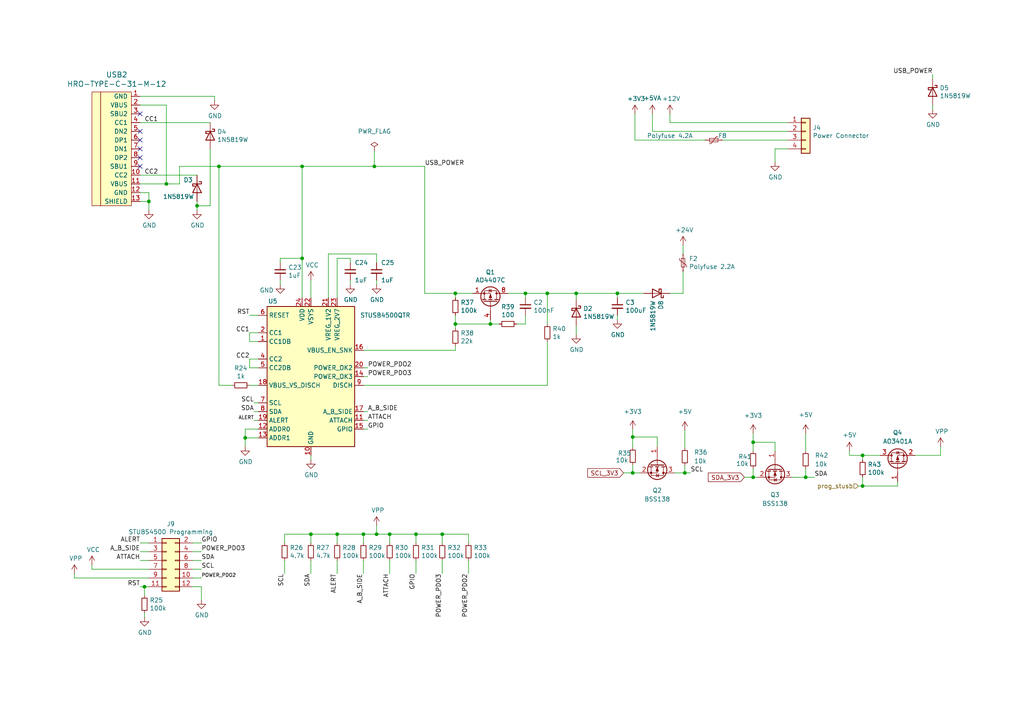
<source format=kicad_sch>
(kicad_sch (version 20230121) (generator eeschema)
  (paper "A4")
  (title_block (title "Greaseweazle F7 Lighting, USB PD") (date "2023-08-27") (rev "2.04") (company "SweProj.com"))
  (lib_symbols
    (symbol "Connector_Generic:Conn_01x04" (pin_names (offset 1.016) hide)
      (property "Reference" "J" (at 0 5.08 0))
      (property "Value" "Conn_01x04" (at 0 -7.62 0))
      (symbol "Conn_01x04_1_1"
        (rectangle (start -1.27 -4.953) (end 0 -5.207) (stroke (width 0.1524)))
        (rectangle (start -1.27 -2.413) (end 0 -2.667) (stroke (width 0.1524)))
        (rectangle (start -1.27 0.127) (end 0 -0.127) (stroke (width 0.1524)))
        (rectangle (start -1.27 2.667) (end 0 2.413) (stroke (width 0.1524)))
        (rectangle (start -1.27 3.81) (end 1.27 -6.35) (stroke (width 0.254)) (fill (type background)))
        (pin passive line (at -5.08 2.54 0) (length 3.81) (name "Pin_1") (number "1"))
        (pin passive line (at -5.08 0 0) (length 3.81) (name "Pin_2") (number "2"))
        (pin passive line (at -5.08 -2.54 0) (length 3.81) (name "Pin_3") (number "3"))
        (pin passive line (at -5.08 -5.08 0) (length 3.81) (name "Pin_4") (number "4"))
      )
    )
    (symbol "Connector_Generic:Conn_02x06_Odd_Even" (pin_names (offset 1.016) hide)
      (property "Reference" "J" (at 1.27 7.62 0))
      (property "Value" "Conn_02x06_Odd_Even" (at 1.27 -10.16 0))
      (symbol "Conn_02x06_Odd_Even_1_1"
        (rectangle (start -1.27 -7.493) (end 0 -7.747) (stroke (width 0.1524)))
        (rectangle (start -1.27 -4.953) (end 0 -5.207) (stroke (width 0.1524)))
        (rectangle (start -1.27 -2.413) (end 0 -2.667) (stroke (width 0.1524)))
        (rectangle (start -1.27 0.127) (end 0 -0.127) (stroke (width 0.1524)))
        (rectangle (start -1.27 2.667) (end 0 2.413) (stroke (width 0.1524)))
        (rectangle (start -1.27 5.207) (end 0 4.953) (stroke (width 0.1524)))
        (rectangle (start -1.27 6.35) (end 3.81 -8.89) (stroke (width 0.254)) (fill (type background)))
        (rectangle (start 3.81 -7.493) (end 2.54 -7.747) (stroke (width 0.1524)))
        (rectangle (start 3.81 -4.953) (end 2.54 -5.207) (stroke (width 0.1524)))
        (rectangle (start 3.81 -2.413) (end 2.54 -2.667) (stroke (width 0.1524)))
        (rectangle (start 3.81 0.127) (end 2.54 -0.127) (stroke (width 0.1524)))
        (rectangle (start 3.81 2.667) (end 2.54 2.413) (stroke (width 0.1524)))
        (rectangle (start 3.81 5.207) (end 2.54 4.953) (stroke (width 0.1524)))
        (pin passive line (at -5.08 5.08 0) (length 3.81) (name "Pin_1") (number "1"))
        (pin passive line (at 7.62 -5.08 180) (length 3.81) (name "Pin_10") (number "10"))
        (pin passive line (at -5.08 -7.62 0) (length 3.81) (name "Pin_11") (number "11"))
        (pin passive line (at 7.62 -7.62 180) (length 3.81) (name "Pin_12") (number "12"))
        (pin passive line (at 7.62 5.08 180) (length 3.81) (name "Pin_2") (number "2"))
        (pin passive line (at -5.08 2.54 0) (length 3.81) (name "Pin_3") (number "3"))
        (pin passive line (at 7.62 2.54 180) (length 3.81) (name "Pin_4") (number "4"))
        (pin passive line (at -5.08 0 0) (length 3.81) (name "Pin_5") (number "5"))
        (pin passive line (at 7.62 0 180) (length 3.81) (name "Pin_6") (number "6"))
        (pin passive line (at -5.08 -2.54 0) (length 3.81) (name "Pin_7") (number "7"))
        (pin passive line (at 7.62 -2.54 180) (length 3.81) (name "Pin_8") (number "8"))
        (pin passive line (at -5.08 -5.08 0) (length 3.81) (name "Pin_9") (number "9"))
      )
    )
    (symbol "Device:C_Small" (pin_numbers hide) (pin_names (offset 0.254) hide)
      (property "Reference" "C" (at 0.254 1.778 0))
      (property "Value" "C_Small" (at 0.254 -2.032 0))
      (symbol "C_Small_0_1"
        (polyline (pts (xy -1.524 -0.508) (xy 1.524 -0.508)) (stroke (width 0.3302)))
        (polyline (pts (xy -1.524 0.508) (xy 1.524 0.508)) (stroke (width 0.3048)))
      )
      (symbol "C_Small_1_1"
        (pin passive line (at 0 2.54 270) (length 2.032) (name "~") (number "1"))
        (pin passive line (at 0 -2.54 90) (length 2.032) (name "~") (number "2"))
      )
    )
    (symbol "Device:D_Schottky" (pin_numbers hide) (pin_names (offset 1.016) hide)
      (property "Reference" "D" (at 0 2.54 0))
      (property "Value" "D_Schottky" (at 0 -2.54 0))
      (symbol "D_Schottky_0_1"
        (polyline (pts (xy 1.27 0) (xy -1.27 0)))
        (polyline (pts (xy 1.27 1.27) (xy 1.27 -1.27) (xy -1.27 0) (xy 1.27 1.27)) (stroke (width 0.254)))
        (polyline (pts (xy -1.905 0.635) (xy -1.905 1.27) (xy -1.27 1.27) (xy -1.27 -1.27) (xy -0.635 -1.27) (xy -0.635 -0.635)) (stroke (width 0.254)))
      )
      (symbol "D_Schottky_1_1"
        (pin passive line (at -3.81 0 0) (length 2.54) (name "K") (number "1"))
        (pin passive line (at 3.81 0 180) (length 2.54) (name "A") (number "2"))
      )
    )
    (symbol "Device:Polyfuse_Small" (pin_numbers hide) (pin_names (offset 0))
      (property "Reference" "F" (at -1.905 0 90))
      (property "Value" "Polyfuse_Small" (at 1.905 0 90))
      (symbol "Polyfuse_Small_0_1"
        (rectangle (start -0.508 1.27) (end 0.508 -1.27))
        (polyline (pts (xy 0 2.54) (xy 0 -2.54)))
        (polyline (pts (xy -1.016 1.27) (xy -1.016 0.762) (xy 1.016 -0.762) (xy 1.016 -1.27)))
      )
      (symbol "Polyfuse_Small_1_1"
        (pin passive line (at 0 2.54 270) (length 0.635) (name "~") (number "1"))
        (pin passive line (at 0 -2.54 90) (length 0.635) (name "~") (number "2"))
      )
    )
    (symbol "Device:R_Small" (pin_numbers hide) (pin_names (offset 0.254) hide)
      (property "Reference" "R" (at 0.762 0.508 0))
      (property "Value" "R_Small" (at 0.762 -1.016 0))
      (symbol "R_Small_0_1"
        (rectangle (start -0.762 1.778) (end 0.762 -1.778) (stroke (width 0.2032)))
      )
      (symbol "R_Small_1_1"
        (pin passive line (at 0 2.54 270) (length 0.762) (name "~") (number "1"))
        (pin passive line (at 0 -2.54 90) (length 0.762) (name "~") (number "2"))
      )
    )
    (symbol "Greaseweazle:HRO-TYPE-C-31-M-12" (pin_names (offset 1.016))
      (property "Reference" "USB" (at -5.08 16.51 0))
      (property "Value" "HRO-TYPE-C-31-M-12" (at -10.16 -1.27 90))
      (symbol "HRO-TYPE-C-31-M-12_0_1"
        (rectangle (start -11.43 15.24) (end -8.89 -17.78) (fill (type background)))
        (rectangle (start 0 -17.78) (end -8.89 15.24) (fill (type background)))
      )
      (symbol "HRO-TYPE-C-31-M-12_1_1"
        (pin input line (at 2.54 13.97 180) (length 2.54) (name "GND") (number "1"))
        (pin input line (at 2.54 -8.89 180) (length 2.54) (name "CC2") (number "10"))
        (pin input line (at 2.54 -11.43 180) (length 2.54) (name "VBUS") (number "11"))
        (pin input line (at 2.54 -13.97 180) (length 2.54) (name "GND") (number "12"))
        (pin input line (at 2.54 -16.51 180) (length 2.54) (name "SHIELD") (number "13"))
        (pin input line (at 2.54 11.43 180) (length 2.54) (name "VBUS") (number "2"))
        (pin input line (at 2.54 8.89 180) (length 2.54) (name "SBU2") (number "3"))
        (pin input line (at 2.54 6.35 180) (length 2.54) (name "CC1") (number "4"))
        (pin input line (at 2.54 3.81 180) (length 2.54) (name "DN2") (number "5"))
        (pin input line (at 2.54 1.27 180) (length 2.54) (name "DP1") (number "6"))
        (pin input line (at 2.54 -1.27 180) (length 2.54) (name "DN1") (number "7"))
        (pin input line (at 2.54 -3.81 180) (length 2.54) (name "DP2") (number "8"))
        (pin input line (at 2.54 -6.35 180) (length 2.54) (name "SBU1") (number "9"))
      )
    )
    (symbol "Interface_USB:STUSB4500QTR"
      (property "Reference" "U" (at -12.7 21.59 0))
      (property "Value" "STUSB4500QTR" (at 8.89 -21.59 0))
      (symbol "STUSB4500QTR_0_1"
        (rectangle (start -12.7 20.32) (end 12.7 -20.32) (stroke (width 0.254)) (fill (type background)))
      )
      (symbol "STUSB4500QTR_1_1"
        (pin bidirectional line (at -15.24 10.16 0) (length 2.54) (name "CC1DB") (number "1"))
        (pin power_in line (at 0 -22.86 90) (length 2.54) (name "GND") (number "10"))
        (pin open_collector line (at 15.24 -12.7 180) (length 2.54) (name "ATTACH") (number "11"))
        (pin input line (at -15.24 -15.24 0) (length 2.54) (name "ADDR0") (number "12"))
        (pin input line (at -15.24 -17.78 0) (length 2.54) (name "ADDR1") (number "13"))
        (pin open_collector line (at 15.24 0 180) (length 2.54) (name "POWER_OK3") (number "14"))
        (pin open_collector line (at 15.24 -15.24 180) (length 2.54) (name "GPIO") (number "15"))
        (pin open_collector line (at 15.24 7.62 180) (length 2.54) (name "VBUS_EN_SNK") (number "16"))
        (pin open_collector line (at 15.24 -10.16 180) (length 2.54) (name "A_B_SIDE") (number "17"))
        (pin input line (at -15.24 -2.54 0) (length 2.54) (name "VBUS_VS_DISCH") (number "18"))
        (pin open_collector line (at -15.24 -12.7 0) (length 2.54) (name "ALERT") (number "19"))
        (pin bidirectional line (at -15.24 12.7 0) (length 2.54) (name "CC1") (number "2"))
        (pin open_collector line (at 15.24 2.54 180) (length 2.54) (name "POWER_OK2") (number "20"))
        (pin power_out line (at 5.08 22.86 270) (length 2.54) (name "VREG_1V2") (number "21"))
        (pin power_in line (at 0 22.86 270) (length 2.54) (name "VSYS") (number "22"))
        (pin power_out line (at 7.62 22.86 270) (length 2.54) (name "VREG_2V7") (number "23"))
        (pin power_in line (at -2.54 22.86 270) (length 2.54) (name "VDD") (number "24"))
        (pin passive line (at 0 -22.86 90) (length 2.54) hide (name "GND") (number "25"))
        (pin no_connect line (at -12.7 15.24 0) (length 2.54) hide (name "NC") (number "3"))
        (pin bidirectional line (at -15.24 5.08 0) (length 2.54) (name "CC2") (number "4"))
        (pin bidirectional line (at -15.24 2.54 0) (length 2.54) (name "CC2DB") (number "5"))
        (pin input line (at -15.24 17.78 0) (length 2.54) (name "RESET") (number "6"))
        (pin input line (at -15.24 -7.62 0) (length 2.54) (name "SCL") (number "7"))
        (pin bidirectional line (at -15.24 -10.16 0) (length 2.54) (name "SDA") (number "8"))
        (pin bidirectional line (at 15.24 -2.54 180) (length 2.54) (name "DISCH") (number "9"))
      )
    )
    (symbol "Transistor_FET:AO3401A" (pin_names hide)
      (property "Reference" "Q" (at 5.08 1.905 0))
      (property "Value" "AO3401A" (at 5.08 0 0))
      (symbol "AO3401A_0_1"
        (polyline (pts (xy 0.254 0) (xy -2.54 0)))
        (polyline (pts (xy 0.254 1.905) (xy 0.254 -1.905)) (stroke (width 0.254)))
        (polyline (pts (xy 0.762 -1.27) (xy 0.762 -2.286)) (stroke (width 0.254)))
        (polyline (pts (xy 0.762 0.508) (xy 0.762 -0.508)) (stroke (width 0.254)))
        (polyline (pts (xy 0.762 2.286) (xy 0.762 1.27)) (stroke (width 0.254)))
        (polyline (pts (xy 2.54 2.54) (xy 2.54 1.778)))
        (polyline (pts (xy 2.54 -2.54) (xy 2.54 0) (xy 0.762 0)))
        (polyline (pts (xy 0.762 1.778) (xy 3.302 1.778) (xy 3.302 -1.778) (xy 0.762 -1.778)))
        (polyline (pts (xy 2.286 0) (xy 1.27 0.381) (xy 1.27 -0.381) (xy 2.286 0)) (fill (type outline)))
        (polyline (pts (xy 2.794 -0.508) (xy 2.921 -0.381) (xy 3.683 -0.381) (xy 3.81 -0.254)))
        (polyline (pts (xy 3.302 -0.381) (xy 2.921 0.254) (xy 3.683 0.254) (xy 3.302 -0.381)))
        (circle (center 1.651 0) (radius 2.794) (stroke (width 0.254)))
        (circle (center 2.54 -1.778) (radius 0.254) (fill (type outline)))
        (circle (center 2.54 1.778) (radius 0.254) (fill (type outline)))
      )
      (symbol "AO3401A_1_1"
        (pin input line (at -5.08 0 0) (length 2.54) (name "G") (number "1"))
        (pin passive line (at 2.54 -5.08 90) (length 2.54) (name "S") (number "2"))
        (pin passive line (at 2.54 5.08 270) (length 2.54) (name "D") (number "3"))
      )
    )
    (symbol "Transistor_FET:BSS138" (pin_names hide)
      (property "Reference" "Q" (at 5.08 1.905 0))
      (property "Value" "BSS138" (at 5.08 0 0))
      (symbol "BSS138_0_1"
        (polyline (pts (xy 0.254 0) (xy -2.54 0)))
        (polyline (pts (xy 0.254 1.905) (xy 0.254 -1.905)) (stroke (width 0.254)))
        (polyline (pts (xy 0.762 -1.27) (xy 0.762 -2.286)) (stroke (width 0.254)))
        (polyline (pts (xy 0.762 0.508) (xy 0.762 -0.508)) (stroke (width 0.254)))
        (polyline (pts (xy 0.762 2.286) (xy 0.762 1.27)) (stroke (width 0.254)))
        (polyline (pts (xy 2.54 2.54) (xy 2.54 1.778)))
        (polyline (pts (xy 2.54 -2.54) (xy 2.54 0) (xy 0.762 0)))
        (polyline (pts (xy 0.762 -1.778) (xy 3.302 -1.778) (xy 3.302 1.778) (xy 0.762 1.778)))
        (polyline (pts (xy 1.016 0) (xy 2.032 0.381) (xy 2.032 -0.381) (xy 1.016 0)) (fill (type outline)))
        (polyline (pts (xy 2.794 0.508) (xy 2.921 0.381) (xy 3.683 0.381) (xy 3.81 0.254)))
        (polyline (pts (xy 3.302 0.381) (xy 2.921 -0.254) (xy 3.683 -0.254) (xy 3.302 0.381)))
        (circle (center 1.651 0) (radius 2.794) (stroke (width 0.254)))
        (circle (center 2.54 -1.778) (radius 0.254) (fill (type outline)))
        (circle (center 2.54 1.778) (radius 0.254) (fill (type outline)))
      )
      (symbol "BSS138_1_1"
        (pin input line (at -5.08 0 0) (length 2.54) (name "G") (number "1"))
        (pin passive line (at 2.54 -5.08 90) (length 2.54) (name "S") (number "2"))
        (pin passive line (at 2.54 5.08 270) (length 2.54) (name "D") (number "3"))
      )
    )
    (symbol "Transistor_FET:IRF7404" (pin_names hide)
      (property "Reference" "Q" (at 5.08 1.905 0))
      (property "Value" "IRF7404" (at 5.08 0 0))
      (symbol "IRF7404_0_1"
        (polyline (pts (xy 0.254 0) (xy -2.54 0)))
        (polyline (pts (xy 0.254 1.905) (xy 0.254 -1.905)) (stroke (width 0.254)))
        (polyline (pts (xy 0.762 -1.27) (xy 0.762 -2.286)) (stroke (width 0.254)))
        (polyline (pts (xy 0.762 0.508) (xy 0.762 -0.508)) (stroke (width 0.254)))
        (polyline (pts (xy 0.762 2.286) (xy 0.762 1.27)) (stroke (width 0.254)))
        (polyline (pts (xy 2.54 2.54) (xy 2.54 1.778)))
        (polyline (pts (xy 2.54 -2.54) (xy 2.54 0) (xy 0.762 0)))
        (polyline (pts (xy 0.762 1.778) (xy 3.302 1.778) (xy 3.302 -1.778) (xy 0.762 -1.778)))
        (polyline (pts (xy 2.286 0) (xy 1.27 0.381) (xy 1.27 -0.381) (xy 2.286 0)) (fill (type outline)))
        (polyline (pts (xy 2.794 -0.508) (xy 2.921 -0.381) (xy 3.683 -0.381) (xy 3.81 -0.254)))
        (polyline (pts (xy 3.302 -0.381) (xy 2.921 0.254) (xy 3.683 0.254) (xy 3.302 -0.381)))
        (circle (center 1.651 0) (radius 2.794) (stroke (width 0.254)))
        (circle (center 2.54 -1.778) (radius 0.254) (fill (type outline)))
        (circle (center 2.54 1.778) (radius 0.254) (fill (type outline)))
      )
      (symbol "IRF7404_1_1"
        (pin passive line (at 2.54 -5.08 90) (length 2.54) (name "S") (number "1"))
        (pin passive line (at 2.54 -5.08 90) (length 2.54) hide (name "S") (number "2"))
        (pin passive line (at 2.54 -5.08 90) (length 2.54) hide (name "S") (number "3"))
        (pin passive line (at -5.08 0 0) (length 2.54) (name "G") (number "4"))
        (pin passive line (at 2.54 5.08 270) (length 2.54) hide (name "D") (number "5"))
        (pin passive line (at 2.54 5.08 270) (length 2.54) hide (name "D") (number "6"))
        (pin passive line (at 2.54 5.08 270) (length 2.54) hide (name "D") (number "7"))
        (pin passive line (at 2.54 5.08 270) (length 2.54) (name "D") (number "8"))
      )
    )
    (symbol "power:+12V" (power) (pin_names (offset 0))
      (property "Value" "+12V" (at 0 3.556 0))
      (symbol "+12V_0_1"
        (polyline (pts (xy -0.762 1.27) (xy 0 2.54)))
        (polyline (pts (xy 0 0) (xy 0 2.54)))
        (polyline (pts (xy 0 2.54) (xy 0.762 1.27)))
      )
      (symbol "+12V_1_1"
        (pin power_in line (at 0 0 90) (length 0) hide (name "+12V") (number "1"))
      )
    )
    (symbol "power:+24V" (power) (pin_names (offset 0))
      (property "Value" "+24V" (at 0 3.556 0))
      (symbol "+24V_0_1"
        (polyline (pts (xy -0.762 1.27) (xy 0 2.54)))
        (polyline (pts (xy 0 0) (xy 0 2.54)))
        (polyline (pts (xy 0 2.54) (xy 0.762 1.27)))
      )
      (symbol "+24V_1_1"
        (pin power_in line (at 0 0 90) (length 0) hide (name "+24V") (number "1"))
      )
    )
    (symbol "power:+3V3" (power) (pin_names (offset 0))
      (property "Value" "+3V3" (at 0 3.556 0))
      (symbol "+3V3_0_1"
        (polyline (pts (xy -0.762 1.27) (xy 0 2.54)))
        (polyline (pts (xy 0 0) (xy 0 2.54)))
        (polyline (pts (xy 0 2.54) (xy 0.762 1.27)))
      )
      (symbol "+3V3_1_1"
        (pin power_in line (at 0 0 90) (length 0) hide (name "+3V3") (number "1"))
      )
    )
    (symbol "power:+5V" (power) (pin_names (offset 0))
      (property "Value" "+5V" (at 0 3.556 0))
      (symbol "+5V_0_1"
        (polyline (pts (xy -0.762 1.27) (xy 0 2.54)))
        (polyline (pts (xy 0 0) (xy 0 2.54)))
        (polyline (pts (xy 0 2.54) (xy 0.762 1.27)))
      )
      (symbol "+5V_1_1"
        (pin power_in line (at 0 0 90) (length 0) hide (name "+5V") (number "1"))
      )
    )
    (symbol "power:+5VA" (power) (pin_names (offset 0))
      (property "Value" "+5VA" (at 0 3.556 0))
      (symbol "+5VA_0_1"
        (polyline (pts (xy -0.762 1.27) (xy 0 2.54)))
        (polyline (pts (xy 0 0) (xy 0 2.54)))
        (polyline (pts (xy 0 2.54) (xy 0.762 1.27)))
      )
      (symbol "+5VA_1_1"
        (pin power_in line (at 0 0 90) (length 0) hide (name "+5VA") (number "1"))
      )
    )
    (symbol "power:GND" (power) (pin_names (offset 0))
      (property "Value" "GND" (at 0 -3.81 0))
      (symbol "GND_0_1"
        (polyline (pts (xy 0 0) (xy 0 -1.27) (xy 1.27 -1.27) (xy 0 -2.54) (xy -1.27 -1.27) (xy 0 -1.27)))
      )
      (symbol "GND_1_1"
        (pin power_in line (at 0 0 270) (length 0) hide (name "GND") (number "1"))
      )
    )
    (symbol "power:PWR_FLAG" (power) (pin_numbers hide) (pin_names (offset 0) hide)
      (property "Value" "PWR_FLAG" (at 0 3.81 0))
      (symbol "PWR_FLAG_0_0"
        (pin power_out line (at 0 0 90) (length 0) (name "pwr") (number "1"))
      )
      (symbol "PWR_FLAG_0_1"
        (polyline (pts (xy 0 0) (xy 0 1.27) (xy -1.016 1.905) (xy 0 2.54) (xy 1.016 1.905) (xy 0 1.27)))
      )
    )
    (symbol "power:VCC" (power) (pin_names (offset 0))
      (property "Value" "VCC" (at 0 3.81 0))
      (symbol "VCC_0_1"
        (polyline (pts (xy -0.762 1.27) (xy 0 2.54)))
        (polyline (pts (xy 0 0) (xy 0 2.54)))
        (polyline (pts (xy 0 2.54) (xy 0.762 1.27)))
      )
      (symbol "VCC_1_1"
        (pin power_in line (at 0 0 90) (length 0) hide (name "VCC") (number "1"))
      )
    )
    (symbol "power:VPP" (power) (pin_names (offset 0))
      (property "Value" "VPP" (at 0 3.81 0))
      (symbol "VPP_0_1"
        (polyline (pts (xy -0.762 1.27) (xy 0 2.54)))
        (polyline (pts (xy 0 0) (xy 0 2.54)))
        (polyline (pts (xy 0 2.54) (xy 0.762 1.27)))
      )
      (symbol "VPP_1_1"
        (pin power_in line (at 0 0 90) (length 0) hide (name "VPP") (number "1"))
      )
    )
  )
  (junction (at 41.91 170.18))
  (junction (at 87.63 74.93))
  (junction (at 120.65 154.94))
  (junction (at 87.63 48.26))
  (junction (at 97.79 154.94))
  (junction (at 142.24 93.98))
  (junction (at 152.4 85.09))
  (junction (at 132.08 85.09))
  (junction (at 183.515 126.746))
  (junction (at 167.132 85.09))
  (junction (at 158.75 85.09))
  (junction (at 179.07 85.09))
  (junction (at 48.26 53.34))
  (junction (at 218.44 138.43))
  (junction (at 113.03 154.94))
  (junction (at 218.44 128.27))
  (junction (at 250.19 132.08))
  (junction (at 105.41 154.94))
  (junction (at 43.18 58.42))
  (junction (at 108.585 48.26))
  (junction (at 132.08 93.98))
  (junction (at 63.5 48.26))
  (junction (at 183.515 137.16))
  (junction (at 250.19 140.97))
  (junction (at 57.15 59.69))
  (junction (at 109.22 154.94))
  (junction (at 198.628 137.16))
  (junction (at 233.68 138.43))
  (junction (at 90.17 154.94))
  (junction (at 128.27 154.94))
  (junction (at 71.12 127))
  (no_connect (at 40.64 33.02))
  (no_connect (at 40.64 48.26))
  (no_connect (at 40.64 40.64))
  (no_connect (at 40.64 45.72))
  (no_connect (at 40.64 38.1))
  (no_connect (at 40.64 43.18))
  (wire (pts (xy 58.42 170.18) (xy 58.42 173.99)))
  (wire (pts (xy 43.18 58.42) (xy 43.18 60.96)))
  (wire (pts (xy 55.88 157.48) (xy 58.42 157.48)))
  (wire (pts (xy 97.79 86.36) (xy 97.79 74.93)))
  (wire (pts (xy 184.15 33.02) (xy 184.15 40.64)))
  (wire (pts (xy 74.93 91.44) (xy 72.39 91.44)))
  (wire (pts (xy 132.08 100.33) (xy 132.08 101.6)))
  (wire (pts (xy 167.132 85.09) (xy 179.07 85.09)))
  (wire (pts (xy 194.31 33.02) (xy 194.31 35.56)))
  (wire (pts (xy 132.08 93.98) (xy 142.24 93.98)))
  (wire (pts (xy 179.07 91.44) (xy 179.07 92.71)))
  (wire (pts (xy 81.28 81.28) (xy 81.28 82.55)))
  (wire (pts (xy 233.68 138.43) (xy 236.22 138.43)))
  (wire (pts (xy 233.68 125.73) (xy 233.68 130.81)))
  (wire (pts (xy 142.24 93.98) (xy 142.24 92.71)))
  (wire (pts (xy 55.88 165.1) (xy 58.42 165.1)))
  (wire (pts (xy 105.41 124.46) (xy 106.68 124.46)))
  (wire (pts (xy 48.26 53.34) (xy 52.07 53.34)))
  (wire (pts (xy 183.515 126.746) (xy 190.627 126.746)))
  (wire (pts (xy 71.12 124.46) (xy 71.12 127)))
  (wire (pts (xy 128.27 162.56) (xy 128.27 166.37)))
  (wire (pts (xy 105.41 109.22) (xy 106.68 109.22)))
  (wire (pts (xy 60.96 43.18) (xy 60.96 59.69)))
  (wire (pts (xy 132.08 85.09) (xy 137.16 85.09)))
  (wire (pts (xy 120.65 154.94) (xy 120.65 157.48)))
  (wire (pts (xy 72.39 106.68) (xy 72.39 104.14)))
  (wire (pts (xy 218.44 128.27) (xy 218.44 130.81)))
  (wire (pts (xy 224.79 128.27) (xy 224.79 130.81)))
  (wire (pts (xy 109.22 73.66) (xy 109.22 76.2)))
  (wire (pts (xy 82.55 154.94) (xy 90.17 154.94)))
  (wire (pts (xy 194.31 35.56) (xy 228.6 35.56)))
  (wire (pts (xy 40.64 162.56) (xy 43.18 162.56)))
  (wire (pts (xy 108.585 43.815) (xy 108.585 48.26)))
  (wire (pts (xy 152.4 93.98) (xy 152.4 91.44)))
  (wire (pts (xy 87.63 86.36) (xy 87.63 74.93)))
  (wire (pts (xy 198.628 137.16) (xy 198.628 135.001)))
  (wire (pts (xy 198.12 78.74) (xy 198.12 85.09)))
  (wire (pts (xy 87.63 74.93) (xy 81.28 74.93)))
  (wire (pts (xy 109.22 154.94) (xy 113.03 154.94)))
  (wire (pts (xy 224.79 46.99) (xy 224.79 43.18)))
  (wire (pts (xy 72.39 99.06) (xy 74.93 99.06)))
  (wire (pts (xy 215.9 138.43) (xy 218.44 138.43)))
  (wire (pts (xy 109.22 152.4) (xy 109.22 154.94)))
  (wire (pts (xy 41.91 170.18) (xy 43.18 170.18)))
  (wire (pts (xy 229.87 138.43) (xy 233.68 138.43)))
  (wire (pts (xy 120.65 154.94) (xy 128.27 154.94)))
  (wire (pts (xy 113.03 154.94) (xy 113.03 157.48)))
  (wire (pts (xy 233.68 135.89) (xy 233.68 138.43)))
  (wire (pts (xy 55.88 170.18) (xy 58.42 170.18)))
  (wire (pts (xy 105.41 162.56) (xy 105.41 166.37)))
  (wire (pts (xy 105.41 111.76) (xy 158.75 111.76)))
  (wire (pts (xy 74.93 106.68) (xy 72.39 106.68)))
  (wire (pts (xy 48.26 30.48) (xy 48.26 53.34)))
  (wire (pts (xy 180.848 137.16) (xy 183.515 137.16)))
  (wire (pts (xy 72.39 104.14) (xy 74.93 104.14)))
  (wire (pts (xy 270.51 21.59) (xy 270.51 22.86)))
  (wire (pts (xy 113.03 162.56) (xy 113.03 166.37)))
  (wire (pts (xy 21.59 167.64) (xy 43.18 167.64)))
  (wire (pts (xy 190.627 126.746) (xy 190.627 129.54)))
  (wire (pts (xy 97.79 154.94) (xy 105.41 154.94)))
  (wire (pts (xy 179.07 85.09) (xy 186.69 85.09)))
  (wire (pts (xy 41.91 170.18) (xy 41.91 172.72)))
  (wire (pts (xy 123.19 48.26) (xy 123.19 85.09)))
  (wire (pts (xy 71.12 127) (xy 71.12 129.54)))
  (wire (pts (xy 74.93 116.84) (xy 73.66 116.84)))
  (wire (pts (xy 218.44 138.43) (xy 219.71 138.43)))
  (wire (pts (xy 250.19 132.08) (xy 250.19 133.35)))
  (wire (pts (xy 135.89 162.56) (xy 135.89 166.37)))
  (wire (pts (xy 113.03 154.94) (xy 120.65 154.94)))
  (wire (pts (xy 82.55 162.56) (xy 82.55 166.37)))
  (wire (pts (xy 167.132 94.488) (xy 167.132 97.028)))
  (wire (pts (xy 40.64 170.18) (xy 41.91 170.18)))
  (wire (pts (xy 52.07 48.26) (xy 63.5 48.26)))
  (wire (pts (xy 246.38 132.08) (xy 250.19 132.08)))
  (wire (pts (xy 63.5 111.76) (xy 67.31 111.76)))
  (wire (pts (xy 183.515 134.874) (xy 183.515 137.16)))
  (wire (pts (xy 272.796 132.08) (xy 272.796 129.54)))
  (wire (pts (xy 250.19 140.97) (xy 260.35 140.97)))
  (wire (pts (xy 73.66 119.38) (xy 74.93 119.38)))
  (wire (pts (xy 90.17 132.08) (xy 90.17 133.35)))
  (wire (pts (xy 183.515 129.794) (xy 183.515 126.746)))
  (wire (pts (xy 184.15 40.64) (xy 204.47 40.64)))
  (wire (pts (xy 128.27 154.94) (xy 135.89 154.94)))
  (wire (pts (xy 132.08 93.98) (xy 132.08 95.25)))
  (wire (pts (xy 105.41 101.6) (xy 132.08 101.6)))
  (wire (pts (xy 183.515 124.587) (xy 183.515 126.746)))
  (wire (pts (xy 158.75 99.06) (xy 158.75 111.76)))
  (wire (pts (xy 128.27 154.94) (xy 128.27 157.48)))
  (wire (pts (xy 97.79 157.48) (xy 97.79 154.94)))
  (wire (pts (xy 40.64 157.48) (xy 43.18 157.48)))
  (wire (pts (xy 87.63 48.26) (xy 87.63 74.93)))
  (wire (pts (xy 40.64 50.8) (xy 57.15 50.8)))
  (wire (pts (xy 26.67 163.83) (xy 26.67 165.1)))
  (wire (pts (xy 183.515 137.16) (xy 185.547 137.16)))
  (wire (pts (xy 63.5 48.26) (xy 87.63 48.26)))
  (wire (pts (xy 135.89 154.94) (xy 135.89 157.48)))
  (wire (pts (xy 105.41 119.38) (xy 106.68 119.38)))
  (wire (pts (xy 109.22 81.28) (xy 109.22 82.55)))
  (wire (pts (xy 198.12 71.12) (xy 198.12 73.66)))
  (wire (pts (xy 132.08 85.09) (xy 132.08 86.36)))
  (wire (pts (xy 40.64 35.56) (xy 60.96 35.56)))
  (wire (pts (xy 41.91 177.8) (xy 41.91 179.07)))
  (wire (pts (xy 189.23 33.02) (xy 189.23 38.1)))
  (wire (pts (xy 90.17 162.56) (xy 90.17 166.37)))
  (wire (pts (xy 55.88 167.64) (xy 58.42 167.64)))
  (wire (pts (xy 40.64 53.34) (xy 48.26 53.34)))
  (wire (pts (xy 40.64 27.94) (xy 62.23 27.94)))
  (wire (pts (xy 167.132 85.09) (xy 167.132 86.868)))
  (wire (pts (xy 120.65 162.56) (xy 120.65 166.37)))
  (wire (pts (xy 105.41 154.94) (xy 105.41 157.48)))
  (wire (pts (xy 72.39 96.52) (xy 74.93 96.52)))
  (wire (pts (xy 250.19 132.08) (xy 255.27 132.08)))
  (wire (pts (xy 152.4 85.09) (xy 152.4 86.36)))
  (wire (pts (xy 97.79 74.93) (xy 101.6 74.93)))
  (wire (pts (xy 87.63 48.26) (xy 108.585 48.26)))
  (wire (pts (xy 250.19 138.43) (xy 250.19 140.97)))
  (wire (pts (xy 95.25 86.36) (xy 95.25 73.66)))
  (wire (pts (xy 270.51 30.48) (xy 270.51 31.75)))
  (wire (pts (xy 101.6 74.93) (xy 101.6 76.2)))
  (wire (pts (xy 218.44 128.27) (xy 224.79 128.27)))
  (wire (pts (xy 55.88 160.02) (xy 58.42 160.02)))
  (wire (pts (xy 142.24 93.98) (xy 144.78 93.98)))
  (wire (pts (xy 260.35 140.97) (xy 260.35 139.7)))
  (wire (pts (xy 218.44 125.73) (xy 218.44 128.27)))
  (wire (pts (xy 158.75 85.09) (xy 167.132 85.09)))
  (wire (pts (xy 224.79 43.18) (xy 228.6 43.18)))
  (wire (pts (xy 218.44 135.89) (xy 218.44 138.43)))
  (wire (pts (xy 72.39 96.52) (xy 72.39 99.06)))
  (wire (pts (xy 74.93 124.46) (xy 71.12 124.46)))
  (wire (pts (xy 152.4 85.09) (xy 158.75 85.09)))
  (wire (pts (xy 57.15 59.69) (xy 57.15 60.96)))
  (wire (pts (xy 209.55 40.64) (xy 228.6 40.64)))
  (wire (pts (xy 81.28 74.93) (xy 81.28 76.2)))
  (wire (pts (xy 195.707 137.16) (xy 198.628 137.16)))
  (wire (pts (xy 62.23 27.94) (xy 62.23 29.21)))
  (wire (pts (xy 248.92 140.97) (xy 250.19 140.97)))
  (wire (pts (xy 198.628 137.16) (xy 200.279 137.16)))
  (wire (pts (xy 60.96 59.69) (xy 57.15 59.69)))
  (wire (pts (xy 63.5 48.26) (xy 63.5 111.76)))
  (wire (pts (xy 52.07 53.34) (xy 52.07 48.26)))
  (wire (pts (xy 90.17 81.28) (xy 90.17 86.36)))
  (wire (pts (xy 71.12 127) (xy 74.93 127)))
  (wire (pts (xy 246.38 130.81) (xy 246.38 132.08)))
  (wire (pts (xy 73.66 121.92) (xy 74.93 121.92)))
  (wire (pts (xy 158.75 85.09) (xy 158.75 93.98)))
  (wire (pts (xy 108.585 48.26) (xy 123.19 48.26)))
  (wire (pts (xy 26.67 165.1) (xy 43.18 165.1)))
  (wire (pts (xy 57.15 58.42) (xy 57.15 59.69)))
  (wire (pts (xy 101.6 81.28) (xy 101.6 82.55)))
  (wire (pts (xy 132.08 91.44) (xy 132.08 93.98)))
  (wire (pts (xy 90.17 154.94) (xy 97.79 154.94)))
  (wire (pts (xy 95.25 73.66) (xy 109.22 73.66)))
  (wire (pts (xy 105.41 106.68) (xy 106.68 106.68)))
  (wire (pts (xy 198.628 124.841) (xy 198.628 129.921)))
  (wire (pts (xy 265.43 132.08) (xy 272.796 132.08)))
  (wire (pts (xy 72.39 111.76) (xy 74.93 111.76)))
  (wire (pts (xy 90.17 157.48) (xy 90.17 154.94)))
  (wire (pts (xy 55.88 162.56) (xy 58.42 162.56)))
  (wire (pts (xy 123.19 85.09) (xy 132.08 85.09)))
  (wire (pts (xy 147.32 85.09) (xy 152.4 85.09)))
  (wire (pts (xy 40.64 58.42) (xy 43.18 58.42)))
  (wire (pts (xy 21.59 166.37) (xy 21.59 167.64)))
  (wire (pts (xy 179.07 85.09) (xy 179.07 86.36)))
  (wire (pts (xy 194.31 85.09) (xy 198.12 85.09)))
  (wire (pts (xy 40.64 160.02) (xy 43.18 160.02)))
  (wire (pts (xy 149.86 93.98) (xy 152.4 93.98)))
  (wire (pts (xy 105.41 121.92) (xy 106.68 121.92)))
  (wire (pts (xy 82.55 157.48) (xy 82.55 154.94)))
  (wire (pts (xy 189.23 38.1) (xy 228.6 38.1)))
  (wire (pts (xy 97.79 162.56) (xy 97.79 166.37)))
  (wire (pts (xy 43.18 55.88) (xy 43.18 58.42)))
  (wire (pts (xy 40.64 55.88) (xy 43.18 55.88)))
  (wire (pts (xy 40.64 30.48) (xy 48.26 30.48)))
  (wire (pts (xy 105.41 154.94) (xy 109.22 154.94)))
  (label "A_B_SIDE" (at 105.41 166.37 270))
  (label "SCL" (at 58.42 165.1 0))
  (label "USB_POWER" (at 123.19 48.26 0))
  (label "POWER_PDO2" (at 58.42 167.64 0) (effects (font (size 1 1))))
  (label "SDA" (at 58.42 162.56 0))
  (label "POWER_PDO3" (at 106.68 109.22 0))
  (label "RST" (at 72.39 91.44 180))
  (label "CC1" (at 41.91 35.56 0))
  (label "A_B_SIDE" (at 106.68 119.38 0))
  (label "SCL" (at 73.66 116.84 180))
  (label "SCL" (at 200.279 137.16 0))
  (label "ATTACH" (at 40.64 162.56 180))
  (label "CC2" (at 41.91 50.8 0))
  (label "SDA" (at 73.66 119.38 180))
  (label "SDA" (at 236.22 138.43 0))
  (label "GPIO" (at 106.68 124.46 0))
  (label "SDA" (at 90.17 166.37 270))
  (label "ATTACH" (at 113.03 166.37 270))
  (label "ALERT" (at 40.64 157.48 180))
  (label "ATTACH" (at 106.68 121.92 0))
  (label "POWER_PDO2" (at 135.89 166.37 270))
  (label "GPIO" (at 58.42 157.48 0))
  (label "POWER_PDO3" (at 128.27 166.37 270))
  (label "ALERT" (at 97.79 166.37 270))
  (label "GPIO" (at 120.65 166.37 270))
  (label "RST" (at 40.64 170.18 180))
  (label "POWER_PDO3" (at 58.42 160.02 0))
  (label "CC2" (at 72.39 104.14 180))
  (label "USB_POWER" (at 270.51 21.59 180))
  (label "A_B_SIDE" (at 40.64 160.02 180))
  (label "POWER_PDO2" (at 106.68 106.68 0))
  (label "SCL" (at 82.55 166.37 270))
  (label "ALERT" (at 73.66 121.92 180) (effects (font (size 1 1))))
  (label "CC1" (at 72.39 96.52 180))
  (global_label "SCL_3V3" (shape input) (at 180.848 137.16 180) (property "Intersheetrefs" "${INTERSHEET_REFS}" (effects hide)))
  (global_label "SDA_3V3" (shape input) (at 215.9 138.43 180) (property "Intersheetrefs" "${INTERSHEET_REFS}" (effects hide)))
  (hierarchical_label "prog_stusb" (shape input) (at 248.92 140.97 180))
  (symbol (lib_id "Device:Polyfuse_Small") (at 207.01 40.64 270) (unit 1)
    (property "Reference" "F8" (at 209.55 39.37 90))
    (property "Value" "Polyfuse 4.2A" (at 194.31 39.37 90))
    (property "Footprint" "Greaseweazle:Fuse_2018Metric" (effects hide))
    (property "LCSC" "C21007" (effects hide))
  )
  (symbol (lib_id "power:+3V3") (at 184.15 33.02 0) (unit 1)
    (property "Reference" "#PWR0165" (effects hide))
    (property "Value" "+3V3" (at 184.531 28.6258 0))
  )
  (symbol (lib_id "Interface_USB:STUSB4500QTR") (at 90.17 109.22 0) (unit 1)
    (property "Reference" "U5" (at 79.121 87.376 0))
    (property "Value" "STUSB4500QTR" (at 111.76 91.44 0))
    (property "Footprint" "Package_DFN_QFN:QFN-24-1EP_4x4mm_P0.5mm_EP2.7x2.7mm" (effects hide))
    (property "Datasheet" "https://www.st.com/resource/en/datasheet/stusb4500.pdf" (effects hide))
    (property "LCSC" "C2678061" (effects hide))
  )
  (symbol (lib_id "Greaseweazle:HRO-TYPE-C-31-M-12") (at 38.1 41.91 0) (unit 1)
    (property "Reference" "USB2" (at 33.8582 21.6662 0) (effects (font (size 1.524 1.524))))
    (property "Value" "HRO-TYPE-C-31-M-12" (at 33.8582 24.3586 0) (effects (font (size 1.524 1.524))))
    (property "Footprint" "Greaseweazle:HRO-TYPE-C-31-M-12" (effects hide))
    (property "Datasheet" "https://datasheet.lcsc.com/szlcsc/1811131825_Korean-Hroparts-Elec-TYPE-C-31-M-12_C165948.pdf" (effects hide))
    (property "LCSC" "C165948" (effects hide))
  )
  (symbol (lib_id "Connector_Generic:Conn_01x04") (at 233.68 38.1 0) (unit 1)
    (property "Reference" "J4" (at 235.712 37.0332 0) (effects (justify left)))
    (property "Value" "Power Connector" (at 235.712 39.3446 0) (effects (justify left)))
    (property "Footprint" "Connector_Phoenix_MC:PhoenixContact_MC_1,5_4-G-3.81_1x04_P3.81mm_Horizontal" (effects hide))
  )
  (symbol (lib_id "Device:D_Schottky") (at 270.51 26.67 270) (unit 1)
    (property "Reference" "D5" (at 272.542 25.5016 90) (effects (justify left)))
    (property "Value" "1N5819W" (at 272.542 27.813 90) (effects (justify left)))
    (property "Footprint" "Diode_SMD:D_SOD-123" (effects hide))
    (property "LCSC" "C963381" (effects hide))
  )
  (symbol (lib_id "power:GND") (at 270.51 31.75 0) (unit 1)
    (property "Reference" "#PWR0123" (effects hide))
    (property "Value" "GND" (at 270.637 36.1442 0))
  )
  (symbol (lib_id "Device:D_Schottky") (at 57.15 54.61 270) (unit 1)
    (property "Reference" "D3" (at 53.213 52.197 90) (effects (justify left)))
    (property "Value" "1N5819W" (at 47.244 57.023 90) (effects (justify left)))
    (property "Footprint" "Diode_SMD:D_SOD-123" (effects hide))
    (property "LCSC" "C963381" (effects hide))
  )
  (symbol (lib_id "power:GND") (at 57.15 60.96 0) (unit 1)
    (property "Reference" "#PWR0124" (effects hide))
    (property "Value" "GND" (at 57.277 65.3542 0))
  )
  (symbol (lib_id "Device:D_Schottky") (at 60.96 39.37 270) (unit 1)
    (property "Reference" "D4" (at 62.992 38.2016 90) (effects (justify left)))
    (property "Value" "1N5819W" (at 62.992 40.513 90) (effects (justify left)))
    (property "Footprint" "Diode_SMD:D_SOD-123" (effects hide))
    (property "LCSC" "C963381" (effects hide))
  )
  (symbol (lib_id "power:GND") (at 43.18 60.96 0) (unit 1)
    (property "Reference" "#PWR0125" (effects hide))
    (property "Value" "GND" (at 43.307 65.3542 0))
  )
  (symbol (lib_id "power:GND") (at 62.23 29.21 0) (unit 1)
    (property "Reference" "#PWR0127" (effects hide))
    (property "Value" "GND" (at 62.357 33.6042 0))
  )
  (symbol (lib_id "Device:R_Small") (at 69.85 111.76 270) (unit 1)
    (property "Reference" "R24" (at 69.85 106.7816 90))
    (property "Value" "1k" (at 69.85 109.093 90))
    (property "Footprint" "Resistor_SMD:R_0402_1005Metric" (effects hide))
    (property "LCSC" "C11702" (effects hide))
  )
  (symbol (lib_id "power:GND") (at 71.12 129.54 0) (unit 1)
    (property "Reference" "#PWR0122" (effects hide))
    (property "Value" "GND" (at 71.247 133.9342 0))
  )
  (symbol (lib_id "power:GND") (at 90.17 133.35 0) (unit 1)
    (property "Reference" "#PWR0126" (effects hide))
    (property "Value" "GND" (at 90.297 137.7442 0))
  )
  (symbol (lib_id "Connector_Generic:Conn_02x06_Odd_Even") (at 48.26 162.56 0) (unit 1)
    (property "Reference" "J9" (at 49.53 151.9682 0))
    (property "Value" "STUBS4500 Programming" (at 49.53 154.2796 0))
    (property "Footprint" "Connector_IDC:IDC-Header_2x06_P2.54mm_Vertical" (effects hide))
    (property "LCSC" "C692422" (effects hide))
  )
  (symbol (lib_id "power:GND") (at 58.42 173.99 0) (unit 1)
    (property "Reference" "#PWR0128" (effects hide))
    (property "Value" "GND" (at 58.547 178.3842 0))
  )
  (symbol (lib_id "Device:R_Small") (at 41.91 175.26 0) (unit 1)
    (property "Reference" "R25" (at 43.4086 174.0916 0) (effects (justify left)))
    (property "Value" "100k" (at 43.4086 176.403 0) (effects (justify left)))
    (property "Footprint" "Resistor_SMD:R_0402_1005Metric" (effects hide))
    (property "LCSC" "C25741" (effects hide))
  )
  (symbol (lib_id "power:GND") (at 41.91 179.07 0) (unit 1)
    (property "Reference" "#PWR0129" (effects hide))
    (property "Value" "GND" (at 42.037 183.4642 0))
  )
  (symbol (lib_id "power:VPP") (at 21.59 166.37 0) (unit 1)
    (property "Reference" "#PWR0133" (effects hide))
    (property "Value" "VPP" (at 21.971 161.9758 0))
  )
  (symbol (lib_id "power:VCC") (at 26.67 163.83 0) (unit 1)
    (property "Reference" "#PWR0134" (effects hide))
    (property "Value" "VCC" (at 27.051 159.4358 0))
  )
  (symbol (lib_id "power:VPP") (at 109.22 152.4 0) (unit 1)
    (property "Reference" "#PWR0135" (effects hide))
    (property "Value" "VPP" (at 109.601 148.0058 0))
  )
  (symbol (lib_id "Device:R_Small") (at 97.79 160.02 0) (unit 1)
    (property "Reference" "R28" (at 99.2886 158.8516 0) (effects (justify left)))
    (property "Value" "100k" (at 99.2886 161.163 0) (effects (justify left)))
    (property "Footprint" "Resistor_SMD:R_0402_1005Metric" (effects hide))
    (property "LCSC" "C25741" (effects hide))
  )
  (symbol (lib_id "Device:R_Small") (at 105.41 160.02 0) (unit 1)
    (property "Reference" "R29" (at 106.9086 158.8516 0) (effects (justify left)))
    (property "Value" "100k" (at 106.9086 161.163 0) (effects (justify left)))
    (property "Footprint" "Resistor_SMD:R_0402_1005Metric" (effects hide))
    (property "LCSC" "C25741" (effects hide))
  )
  (symbol (lib_id "Device:R_Small") (at 113.03 160.02 0) (unit 1)
    (property "Reference" "R30" (at 114.5286 158.8516 0) (effects (justify left)))
    (property "Value" "100k" (at 114.5286 161.163 0) (effects (justify left)))
    (property "Footprint" "Resistor_SMD:R_0402_1005Metric" (effects hide))
    (property "LCSC" "C25741" (effects hide))
  )
  (symbol (lib_id "Device:R_Small") (at 120.65 160.02 0) (unit 1)
    (property "Reference" "R31" (at 122.1486 158.8516 0) (effects (justify left)))
    (property "Value" "100k" (at 122.1486 161.163 0) (effects (justify left)))
    (property "Footprint" "Resistor_SMD:R_0402_1005Metric" (effects hide))
    (property "LCSC" "C25741" (effects hide))
  )
  (symbol (lib_id "Device:R_Small") (at 128.27 160.02 0) (unit 1)
    (property "Reference" "R32" (at 129.7686 158.8516 0) (effects (justify left)))
    (property "Value" "100k" (at 129.7686 161.163 0) (effects (justify left)))
    (property "Footprint" "Resistor_SMD:R_0402_1005Metric" (effects hide))
    (property "LCSC" "C25741" (effects hide))
  )
  (symbol (lib_id "Device:R_Small") (at 135.89 160.02 0) (unit 1)
    (property "Reference" "R33" (at 137.3886 158.8516 0) (effects (justify left)))
    (property "Value" "100k" (at 137.3886 161.163 0) (effects (justify left)))
    (property "Footprint" "Resistor_SMD:R_0402_1005Metric" (effects hide))
    (property "LCSC" "C25741" (effects hide))
  )
  (symbol (lib_id "Device:R_Small") (at 90.17 160.02 0) (unit 1)
    (property "Reference" "R27" (at 91.6686 158.8516 0) (effects (justify left)))
    (property "Value" "4.7k" (at 91.6686 161.163 0) (effects (justify left)))
    (property "Footprint" "Resistor_SMD:R_0402_1005Metric" (effects hide))
    (property "LCSC" "C25900" (effects hide))
  )
  (symbol (lib_id "Device:R_Small") (at 82.55 160.02 0) (unit 1)
    (property "Reference" "R26" (at 84.0486 158.8516 0) (effects (justify left)))
    (property "Value" "4.7k" (at 84.0486 161.163 0) (effects (justify left)))
    (property "Footprint" "Resistor_SMD:R_0402_1005Metric" (effects hide))
    (property "LCSC" "C25900" (effects hide))
  )
  (symbol (lib_id "power:VCC") (at 90.17 81.28 0) (unit 1)
    (property "Reference" "#PWR0136" (effects hide))
    (property "Value" "VCC" (at 90.551 76.8858 0))
  )
  (symbol (lib_id "Device:C_Small") (at 101.6 78.74 0) (unit 1)
    (property "Reference" "C24" (at 102.87 76.2 0) (effects (justify left)))
    (property "Value" "1uF" (at 102.87 81.28 0) (effects (justify left)))
    (property "Footprint" "Capacitor_SMD:C_0603_1608Metric" (effects hide))
    (property "LCSC" "C15849" (effects hide))
  )
  (symbol (lib_id "Device:C_Small") (at 109.22 78.74 0) (unit 1)
    (property "Reference" "C25" (at 110.49 76.2 0) (effects (justify left)))
    (property "Value" "1uF" (at 110.49 81.28 0) (effects (justify left)))
    (property "Footprint" "Capacitor_SMD:C_0603_1608Metric" (effects hide))
    (property "LCSC" "C15849" (effects hide))
  )
  (symbol (lib_id "Device:C_Small") (at 81.28 78.74 0) (unit 1)
    (property "Reference" "C23" (at 83.6168 77.5716 0) (effects (justify left)))
    (property "Value" "1uF" (at 83.6168 79.883 0) (effects (justify left)))
    (property "Footprint" "Capacitor_SMD:C_0603_1608Metric" (effects hide))
    (property "LCSC" "C15849" (effects hide))
  )
  (symbol (lib_id "power:GND") (at 81.28 82.55 0) (unit 1)
    (property "Reference" "#PWR0137" (effects hide))
    (property "Value" "GND" (at 77.343 84.201 0))
  )
  (symbol (lib_id "power:GND") (at 101.6 82.55 0) (unit 1)
    (property "Reference" "#PWR0138" (effects hide))
    (property "Value" "GND" (at 101.727 86.9442 0))
  )
  (symbol (lib_id "power:GND") (at 109.22 82.55 0) (unit 1)
    (property "Reference" "#PWR0139" (effects hide))
    (property "Value" "GND" (at 109.347 86.9442 0))
  )
  (symbol (lib_id "Transistor_FET:IRF7404") (at 142.24 87.63 270) (mirror x) (unit 1)
    (property "Reference" "Q1" (at 142.24 78.9432 90))
    (property "Value" "AO4407C" (at 142.24 81.2546 90))
    (property "Footprint" "Package_SO:SOIC-8_3.9x4.9mm_P1.27mm" (effects hide))
    (property "LCSC" "C469397" (effects hide))
  )
  (symbol (lib_id "Device:R_Small") (at 132.08 88.9 0) (unit 1)
    (property "Reference" "R37" (at 133.5786 87.7316 0) (effects (justify left)))
    (property "Value" "100k" (at 133.5786 90.043 0) (effects (justify left)))
    (property "Footprint" "Resistor_SMD:R_0402_1005Metric" (effects hide))
    (property "LCSC" "C25741" (effects hide))
  )
  (symbol (lib_id "Device:R_Small") (at 132.08 97.79 0) (unit 1)
    (property "Reference" "R38" (at 133.5786 96.6216 0) (effects (justify left)))
    (property "Value" "22k" (at 133.5786 98.933 0) (effects (justify left)))
    (property "Footprint" "Resistor_SMD:R_0402_1005Metric" (effects hide))
    (property "LCSC" "C25768" (effects hide))
  )
  (symbol (lib_id "Device:R_Small") (at 147.32 93.98 270) (unit 1)
    (property "Reference" "R39" (at 147.32 89.0016 90))
    (property "Value" "100" (at 147.32 91.313 90))
    (property "Footprint" "Resistor_SMD:R_0402_1005Metric" (effects hide))
    (property "LCSC" "C25076" (effects hide))
  )
  (symbol (lib_id "Device:C_Small") (at 152.4 88.9 0) (unit 1)
    (property "Reference" "C2" (at 154.7368 87.7316 0) (effects (justify left)))
    (property "Value" "100nF" (at 154.7368 90.043 0) (effects (justify left)))
    (property "Footprint" "Capacitor_SMD:C_0402_1005Metric" (effects hide))
    (property "LCSC" "C1525" (effects hide))
  )
  (symbol (lib_id "Device:D_Schottky") (at 167.132 90.678 270) (unit 1)
    (property "Reference" "D2" (at 169.164 89.5096 90) (effects (justify left)))
    (property "Value" "1N5819W" (at 169.164 91.821 90) (effects (justify left)))
    (property "Footprint" "Diode_SMD:D_SOD-123" (effects hide))
    (property "LCSC" "C963381" (effects hide))
  )
  (symbol (lib_id "power:GND") (at 167.132 97.028 0) (unit 1)
    (property "Reference" "#PWR0142" (effects hide))
    (property "Value" "GND" (at 167.259 101.4222 0))
  )
  (symbol (lib_id "Device:R_Small") (at 158.75 96.52 180) (unit 1)
    (property "Reference" "R40" (at 160.2486 95.3516 0) (effects (justify right)))
    (property "Value" "1k" (at 160.2486 97.663 0) (effects (justify right)))
    (property "Footprint" "Resistor_SMD:R_0402_1005Metric" (effects hide))
    (property "LCSC" "C11702" (effects hide))
  )
  (symbol (lib_id "Device:C_Small") (at 179.07 88.9 0) (unit 1)
    (property "Reference" "C3" (at 181.4068 87.7316 0) (effects (justify left)))
    (property "Value" "100uF" (at 181.4068 90.043 0) (effects (justify left)))
    (property "Footprint" "Capacitor_SMD:C_1210_3225Metric" (effects hide))
    (property "LCSC" "C49066" (effects hide))
  )
  (symbol (lib_id "power:GND") (at 179.07 92.71 0) (unit 1)
    (property "Reference" "#PWR0144" (effects hide))
    (property "Value" "GND" (at 179.197 97.1042 0))
  )
  (symbol (lib_id "Device:D_Schottky") (at 190.5 85.09 180) (unit 1)
    (property "Reference" "D8" (at 191.6684 87.122 90) (effects (justify left)))
    (property "Value" "1N5819W" (at 189.357 87.122 90) (effects (justify left)))
    (property "Footprint" "Diode_SMD:D_SOD-123" (effects hide))
    (property "LCSC" "C963381" (effects hide))
  )
  (symbol (lib_id "power:+12V") (at 194.31 33.02 0) (unit 1)
    (property "Reference" "#PWR0162" (effects hide))
    (property "Value" "+12V" (at 194.691 28.6258 0))
  )
  (symbol (lib_id "power:GND") (at 224.79 46.99 0) (unit 1)
    (property "Reference" "#PWR0164" (effects hide))
    (property "Value" "GND" (at 224.917 51.3842 0))
  )
  (symbol (lib_id "power:+24V") (at 198.12 71.12 0) (unit 1)
    (property "Reference" "#PWR0130" (effects hide))
    (property "Value" "+24V" (at 198.501 66.7258 0))
  )
  (symbol (lib_id "Device:Polyfuse_Small") (at 198.12 76.2 0) (unit 1)
    (property "Reference" "F2" (at 199.8472 75.0316 0) (effects (justify left)))
    (property "Value" "Polyfuse 2.2A" (at 199.8472 77.343 0) (effects (justify left)))
    (property "Footprint" "Greaseweazle:Fuse_2018Metric" (effects hide))
    (property "LCSC" "C122658" (effects hide))
  )
  (symbol (lib_id "Device:R_Small") (at 198.628 132.461 0) (unit 1)
    (property "Reference" "R36" (at 201.295 131.1909 0) (effects (justify left)))
    (property "Value" "10k" (at 201.295 133.7309 0) (effects (justify left)))
    (property "Footprint" "Resistor_SMD:R_0402_1005Metric" (effects hide))
    (property "LCSC" "C25744" (effects hide))
  )
  (symbol (lib_id "power:+5V") (at 233.68 125.73 0) (unit 1)
    (property "Reference" "#PWR0180" (effects hide))
    (property "Value" "+5V" (at 233.68 120.2931 0))
  )
  (symbol (lib_id "Device:R_Small") (at 218.44 133.35 0) (unit 1)
    (property "Reference" "R41" (at 214.122 132.461 0) (effects (justify left)))
    (property "Value" "10k" (at 213.487 134.493 0) (effects (justify left)))
    (property "Footprint" "Resistor_SMD:R_0402_1005Metric" (effects hide))
    (property "LCSC" "C25744" (effects hide))
  )
  (symbol (lib_id "Transistor_FET:AO3401A") (at 260.35 134.62 90) (unit 1)
    (property "Reference" "Q4" (at 260.35 125.476 90))
    (property "Value" "AO3401A" (at 260.35 128.016 90))
    (property "Footprint" "Package_TO_SOT_SMD:SOT-23" (effects hide))
    (property "Datasheet" "http://www.aosmd.com/pdfs/datasheet/AO3401A.pdf" (effects hide))
    (property "LCSC" "C15127" (effects hide))
  )
  (symbol (lib_id "power:+5V") (at 198.628 124.841 0) (unit 1)
    (property "Reference" "#PWR0181" (effects hide))
    (property "Value" "+5V" (at 198.628 119.4041 0))
  )
  (symbol (lib_id "power:PWR_FLAG") (at 108.585 43.815 0) (unit 1)
    (property "Reference" "#FLG0112" (effects hide))
    (property "Value" "PWR_FLAG" (at 108.585 38.1 0))
  )
  (symbol (lib_id "power:+3V3") (at 183.515 124.587 0) (unit 1)
    (property "Reference" "#PWR0179" (effects hide))
    (property "Value" "+3V3" (at 183.515 119.38 0))
  )
  (symbol (lib_id "Device:R_Small") (at 250.19 135.89 0) (unit 1)
    (property "Reference" "R43" (at 251.6886 134.7216 0) (effects (justify left)))
    (property "Value" "100k" (at 251.6886 137.033 0) (effects (justify left)))
    (property "Footprint" "Resistor_SMD:R_0402_1005Metric" (effects hide))
    (property "LCSC" "C25741" (effects hide))
  )
  (symbol (lib_id "power:+5VA") (at 189.23 33.02 0) (unit 1)
    (property "Reference" "#PWR0163" (effects hide))
    (property "Value" "+5VA" (at 189.23 28.448 0))
  )
  (symbol (lib_id "Transistor_FET:BSS138") (at 224.79 135.89 270) (unit 1)
    (property "Reference" "Q3" (at 224.79 143.51 90))
    (property "Value" "BSS138" (at 224.79 146.05 90))
    (property "Footprint" "Package_TO_SOT_SMD:SOT-23" (effects hide))
    (property "Datasheet" "https://www.onsemi.com/pub/Collateral/BSS138-D.PDF" (effects hide))
    (property "LCSC" "C112239" (effects hide))
  )
  (symbol (lib_id "power:VPP") (at 272.796 129.54 0) (unit 1)
    (property "Reference" "#PWR0176" (effects hide))
    (property "Value" "VPP" (at 273.177 125.1458 0))
  )
  (symbol (lib_id "Transistor_FET:BSS138") (at 190.627 134.62 270) (unit 1)
    (property "Reference" "Q2" (at 190.627 142.24 90))
    (property "Value" "BSS138" (at 190.627 144.78 90))
    (property "Footprint" "Package_TO_SOT_SMD:SOT-23" (effects hide))
    (property "Datasheet" "https://www.onsemi.com/pub/Collateral/BSS138-D.PDF" (effects hide))
    (property "LCSC" "C112239" (effects hide))
  )
  (symbol (lib_id "power:+3V3") (at 218.44 125.73 0) (unit 1)
    (property "Reference" "#PWR0182" (effects hide))
    (property "Value" "+3V3" (at 218.44 120.523 0))
  )
  (symbol (lib_id "Device:R_Small") (at 183.515 132.334 0) (unit 1)
    (property "Reference" "R35" (at 179.197 131.445 0) (effects (justify left)))
    (property "Value" "10k" (at 178.562 133.477 0) (effects (justify left)))
    (property "Footprint" "Resistor_SMD:R_0402_1005Metric" (effects hide))
    (property "LCSC" "C25744" (effects hide))
  )
  (symbol (lib_id "power:+5V") (at 246.38 130.81 0) (unit 1)
    (property "Reference" "#PWR0178" (effects hide))
    (property "Value" "+5V" (at 246.38 126.1618 0))
  )
  (symbol (lib_id "Device:R_Small") (at 233.68 133.35 0) (unit 1)
    (property "Reference" "R42" (at 236.347 132.0799 0) (effects (justify left)))
    (property "Value" "10k" (at 236.347 134.6199 0) (effects (justify left)))
    (property "Footprint" "Resistor_SMD:R_0402_1005Metric" (effects hide))
    (property "LCSC" "C25744" (effects hide))
  )
)
</source>
